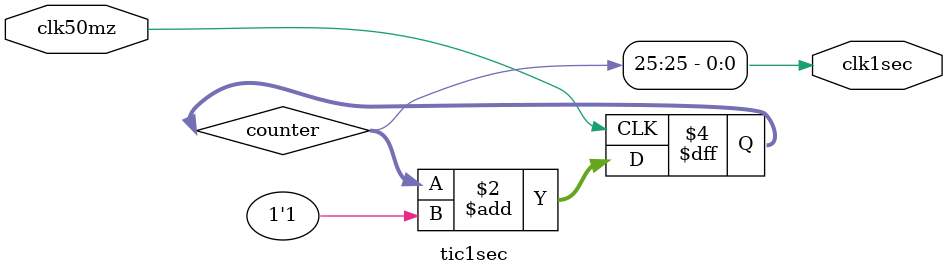
<source format=v>
module top(
        (* chip_pin="77" *) output LED,
        (* chip_pin="12" *) input CLK 
          );


wire o_wire1;

tic1sec o_tic1sec1(o_wire1,CLK);
tic1sec o_tic1sec2(LED,o_wire1);
			 
//assign LED = CLK;


endmodule


module tic1sec (output clk1sec, input clk50mz);

reg [25:0] counter = 26'b0;

always @(posedge clk50mz)
begin
 counter<=counter+1'b1;
end

assign clk1sec=counter[25];

endmodule

</source>
